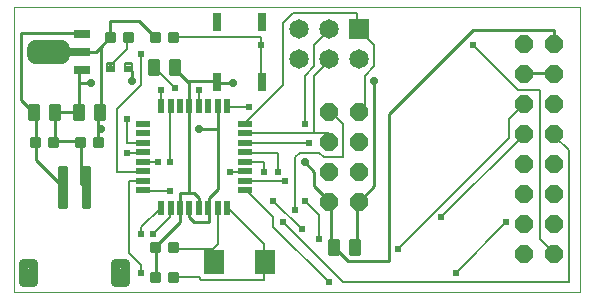
<source format=gtl>
G75*
%MOIN*%
%OFA0B0*%
%FSLAX24Y24*%
%IPPOS*%
%LPD*%
%AMOC8*
5,1,8,0,0,1.08239X$1,22.5*
%
%ADD10C,0.0000*%
%ADD11R,0.0300X0.0600*%
%ADD12C,0.0100*%
%ADD13C,0.0088*%
%ADD14R,0.0700X0.0800*%
%ADD15C,0.0075*%
%ADD16R,0.0551X0.0315*%
%ADD17R,0.0748X0.0315*%
%ADD18C,0.0600*%
%ADD19C,0.0157*%
%ADD20C,0.0315*%
%ADD21R,0.0220X0.0500*%
%ADD22R,0.0500X0.0220*%
%ADD23R,0.0650X0.0650*%
%ADD24C,0.0650*%
%ADD25OC8,0.0600*%
%ADD26C,0.0280*%
%ADD27C,0.0080*%
%ADD28C,0.0240*%
D10*
X000317Y000317D02*
X000317Y009813D01*
X019187Y009813D01*
X019187Y000317D01*
X000317Y000317D01*
D11*
X007067Y007317D03*
X008567Y007317D03*
X008567Y009317D03*
X007067Y009317D03*
D12*
X005017Y008817D02*
X004477Y009357D01*
X003517Y009357D01*
X003517Y008817D01*
X003517Y008797D01*
X003197Y008477D01*
X003197Y006317D01*
X003167Y006317D01*
X003017Y006542D02*
X003317Y006542D01*
X003317Y006092D01*
X003017Y006092D01*
X003017Y006542D01*
X003017Y006191D02*
X003317Y006191D01*
X003317Y006290D02*
X003017Y006290D01*
X003017Y006389D02*
X003317Y006389D01*
X003317Y006488D02*
X003017Y006488D01*
X003117Y006317D02*
X003167Y006317D01*
X003117Y006317D02*
X003117Y005757D01*
X003197Y005757D01*
X003117Y005757D02*
X003117Y005317D01*
X002557Y005277D02*
X002517Y005317D01*
X002477Y005357D01*
X001677Y005357D01*
X001617Y005317D01*
X001677Y005357D02*
X001677Y006317D01*
X001667Y006317D01*
X001817Y006092D02*
X001517Y006092D01*
X001517Y006542D01*
X001817Y006542D01*
X001817Y006092D01*
X001817Y006191D02*
X001517Y006191D01*
X001517Y006290D02*
X001817Y006290D01*
X001817Y006389D02*
X001517Y006389D01*
X001517Y006488D02*
X001817Y006488D01*
X001677Y006317D02*
X002467Y006317D01*
X002317Y006542D02*
X002617Y006542D01*
X002617Y006092D01*
X002317Y006092D01*
X002317Y006542D01*
X002317Y006191D02*
X002617Y006191D01*
X002617Y006290D02*
X002317Y006290D01*
X002317Y006389D02*
X002617Y006389D01*
X002617Y006488D02*
X002317Y006488D01*
X002467Y006317D02*
X002477Y006317D01*
X002477Y007277D01*
X002877Y007277D01*
X002477Y007277D02*
X002477Y007597D01*
X002557Y007677D01*
X002567Y007717D01*
X002467Y008317D02*
X001447Y008317D01*
X002467Y008317D02*
X003037Y008317D01*
X003197Y008477D01*
X002567Y008917D02*
X002557Y008957D01*
X000557Y008957D01*
X000557Y006717D01*
X000957Y006317D01*
X000967Y006317D01*
X001117Y006092D02*
X000817Y006092D01*
X000817Y006542D01*
X001117Y006542D01*
X001117Y006092D01*
X001117Y006191D02*
X000817Y006191D01*
X000817Y006290D02*
X001117Y006290D01*
X001117Y006389D02*
X000817Y006389D01*
X000817Y006488D02*
X001117Y006488D01*
X001037Y006317D02*
X000967Y006317D01*
X001037Y006317D02*
X001037Y005357D01*
X001017Y005317D01*
X001037Y005277D01*
X001037Y004717D01*
X001917Y003837D01*
X001923Y003817D01*
X002557Y003917D02*
X002557Y005277D01*
X002557Y003917D02*
X002637Y003837D01*
X002710Y003817D01*
X005017Y001817D02*
X005837Y002637D01*
X005837Y003117D01*
X005844Y003127D01*
X005837Y003197D01*
X005837Y003597D01*
X006157Y003597D01*
X006157Y006477D01*
X006159Y006507D01*
X006157Y006557D01*
X006157Y007277D01*
X006077Y007357D01*
X007037Y007357D01*
X007067Y007317D01*
X007117Y007277D01*
X007597Y007277D01*
X007104Y006507D02*
X007117Y006477D01*
X007117Y005757D01*
X006477Y005757D01*
X007117Y005757D02*
X007117Y003757D01*
X006797Y003437D01*
X006797Y003197D01*
X006789Y003127D01*
X006797Y003117D01*
X006797Y002637D01*
X006317Y002637D01*
X006157Y002797D01*
X006157Y003117D01*
X006159Y003127D01*
X006474Y003127D02*
X006477Y003197D01*
X006477Y003437D01*
X006317Y003597D01*
X006157Y003597D01*
X005017Y001817D02*
X005037Y001757D01*
X005037Y000877D01*
X005017Y000817D01*
X010317Y003837D02*
X010797Y003357D01*
X010817Y003317D01*
X010877Y003277D01*
X010877Y001917D01*
X010957Y001837D01*
X010967Y001817D01*
X011117Y001592D02*
X010817Y001592D01*
X010817Y002042D01*
X011117Y002042D01*
X011117Y001592D01*
X011117Y001691D02*
X010817Y001691D01*
X010817Y001790D02*
X011117Y001790D01*
X011117Y001889D02*
X010817Y001889D01*
X010817Y001988D02*
X011117Y001988D01*
X010967Y001817D02*
X011037Y001757D01*
X011437Y001357D01*
X012797Y001357D01*
X012797Y006237D01*
X015597Y009037D01*
X018317Y009037D01*
X018317Y008567D01*
X018317Y007597D02*
X017357Y007597D01*
X017317Y007567D01*
X018317Y007597D02*
X018317Y007567D01*
X012317Y007357D02*
X012317Y003837D01*
X011837Y003357D01*
X011817Y003317D01*
X011757Y003277D01*
X011757Y001917D01*
X011677Y001837D01*
X011667Y001817D01*
X011817Y001592D02*
X011517Y001592D01*
X011517Y002042D01*
X011817Y002042D01*
X011817Y001592D01*
X011817Y001691D02*
X011517Y001691D01*
X011517Y001790D02*
X011817Y001790D01*
X011817Y001889D02*
X011517Y001889D01*
X011517Y001988D02*
X011817Y001988D01*
X010317Y003837D02*
X010317Y004317D01*
X009997Y004637D01*
X006077Y007357D02*
X005677Y007757D01*
X005667Y007817D01*
X005817Y007592D02*
X005517Y007592D01*
X005517Y008042D01*
X005817Y008042D01*
X005817Y007592D01*
X005817Y007691D02*
X005517Y007691D01*
X005517Y007790D02*
X005817Y007790D01*
X005817Y007889D02*
X005517Y007889D01*
X005517Y007988D02*
X005817Y007988D01*
X005117Y007592D02*
X004817Y007592D01*
X004817Y008042D01*
X005117Y008042D01*
X005117Y007592D01*
X005117Y007691D02*
X004817Y007691D01*
X004817Y007790D02*
X005117Y007790D01*
X005117Y007889D02*
X004817Y007889D01*
X004817Y007988D02*
X005117Y007988D01*
X004237Y007677D02*
X004237Y007357D01*
X004237Y007677D02*
X004157Y007757D01*
X004117Y007817D01*
D13*
X003986Y008948D02*
X004248Y008948D01*
X004248Y008686D01*
X003986Y008686D01*
X003986Y008948D01*
X003986Y008773D02*
X004248Y008773D01*
X004248Y008860D02*
X003986Y008860D01*
X003986Y008947D02*
X004248Y008947D01*
X003648Y008948D02*
X003386Y008948D01*
X003648Y008948D02*
X003648Y008686D01*
X003386Y008686D01*
X003386Y008948D01*
X003386Y008773D02*
X003648Y008773D01*
X003648Y008860D02*
X003386Y008860D01*
X003386Y008947D02*
X003648Y008947D01*
X004886Y008948D02*
X005148Y008948D01*
X005148Y008686D01*
X004886Y008686D01*
X004886Y008948D01*
X004886Y008773D02*
X005148Y008773D01*
X005148Y008860D02*
X004886Y008860D01*
X004886Y008947D02*
X005148Y008947D01*
X005486Y008948D02*
X005748Y008948D01*
X005748Y008686D01*
X005486Y008686D01*
X005486Y008948D01*
X005486Y008773D02*
X005748Y008773D01*
X005748Y008860D02*
X005486Y008860D01*
X005486Y008947D02*
X005748Y008947D01*
X003248Y005448D02*
X002986Y005448D01*
X003248Y005448D02*
X003248Y005186D01*
X002986Y005186D01*
X002986Y005448D01*
X002986Y005273D02*
X003248Y005273D01*
X003248Y005360D02*
X002986Y005360D01*
X002986Y005447D02*
X003248Y005447D01*
X002648Y005448D02*
X002386Y005448D01*
X002648Y005448D02*
X002648Y005186D01*
X002386Y005186D01*
X002386Y005448D01*
X002386Y005273D02*
X002648Y005273D01*
X002648Y005360D02*
X002386Y005360D01*
X002386Y005447D02*
X002648Y005447D01*
X001748Y005186D02*
X001486Y005186D01*
X001486Y005448D01*
X001748Y005448D01*
X001748Y005186D01*
X001748Y005273D02*
X001486Y005273D01*
X001486Y005360D02*
X001748Y005360D01*
X001748Y005447D02*
X001486Y005447D01*
X001148Y005186D02*
X000886Y005186D01*
X000886Y005448D01*
X001148Y005448D01*
X001148Y005186D01*
X001148Y005273D02*
X000886Y005273D01*
X000886Y005360D02*
X001148Y005360D01*
X001148Y005447D02*
X000886Y005447D01*
X004886Y001686D02*
X005148Y001686D01*
X004886Y001686D02*
X004886Y001948D01*
X005148Y001948D01*
X005148Y001686D01*
X005148Y001773D02*
X004886Y001773D01*
X004886Y001860D02*
X005148Y001860D01*
X005148Y001947D02*
X004886Y001947D01*
X005486Y001686D02*
X005748Y001686D01*
X005486Y001686D02*
X005486Y001948D01*
X005748Y001948D01*
X005748Y001686D01*
X005748Y001773D02*
X005486Y001773D01*
X005486Y001860D02*
X005748Y001860D01*
X005748Y001947D02*
X005486Y001947D01*
X005486Y000686D02*
X005748Y000686D01*
X005486Y000686D02*
X005486Y000948D01*
X005748Y000948D01*
X005748Y000686D01*
X005748Y000773D02*
X005486Y000773D01*
X005486Y000860D02*
X005748Y000860D01*
X005748Y000947D02*
X005486Y000947D01*
X005148Y000686D02*
X004886Y000686D01*
X004886Y000948D01*
X005148Y000948D01*
X005148Y000686D01*
X005148Y000773D02*
X004886Y000773D01*
X004886Y000860D02*
X005148Y000860D01*
X005148Y000947D02*
X004886Y000947D01*
D14*
X006967Y001317D03*
X008667Y001317D03*
D15*
X004230Y007679D02*
X004004Y007679D01*
X004004Y007955D01*
X004230Y007955D01*
X004230Y007679D01*
X004230Y007753D02*
X004004Y007753D01*
X004004Y007827D02*
X004230Y007827D01*
X004230Y007901D02*
X004004Y007901D01*
X003630Y007679D02*
X003404Y007679D01*
X003404Y007955D01*
X003630Y007955D01*
X003630Y007679D01*
X003630Y007753D02*
X003404Y007753D01*
X003404Y007827D02*
X003630Y007827D01*
X003630Y007901D02*
X003404Y007901D01*
D16*
X002567Y007717D03*
X002567Y008917D03*
D17*
X002467Y008317D03*
D18*
X001865Y008417D02*
X001865Y008217D01*
X001029Y008217D01*
X001029Y008417D01*
X001865Y008417D01*
D19*
X002002Y004447D02*
X002002Y003187D01*
X001844Y003187D01*
X001844Y004447D01*
X002002Y004447D01*
X002002Y003343D02*
X001844Y003343D01*
X001844Y003499D02*
X002002Y003499D01*
X002002Y003655D02*
X001844Y003655D01*
X001844Y003811D02*
X002002Y003811D01*
X002002Y003967D02*
X001844Y003967D01*
X001844Y004123D02*
X002002Y004123D01*
X002002Y004279D02*
X001844Y004279D01*
X001844Y004435D02*
X002002Y004435D01*
X002789Y004447D02*
X002789Y003187D01*
X002631Y003187D01*
X002631Y004447D01*
X002789Y004447D01*
X002789Y003343D02*
X002631Y003343D01*
X002631Y003499D02*
X002789Y003499D01*
X002789Y003655D02*
X002631Y003655D01*
X002631Y003811D02*
X002789Y003811D01*
X002789Y003967D02*
X002631Y003967D01*
X002631Y004123D02*
X002789Y004123D01*
X002789Y004279D02*
X002631Y004279D01*
X002631Y004435D02*
X002789Y004435D01*
D20*
X004010Y001273D02*
X004010Y000643D01*
X003694Y000643D01*
X003694Y001273D01*
X004010Y001273D01*
X004010Y000957D02*
X003694Y000957D01*
X003694Y001271D02*
X004010Y001271D01*
X000939Y001273D02*
X000939Y000643D01*
X000623Y000643D01*
X000623Y001273D01*
X000939Y001273D01*
X000939Y000957D02*
X000623Y000957D01*
X000623Y001271D02*
X000939Y001271D01*
D21*
X005214Y003127D03*
X005529Y003127D03*
X005844Y003127D03*
X006159Y003127D03*
X006474Y003127D03*
X006789Y003127D03*
X007104Y003127D03*
X007419Y003127D03*
X007419Y006507D03*
X007104Y006507D03*
X006789Y006507D03*
X006474Y006507D03*
X006159Y006507D03*
X005844Y006507D03*
X005529Y006507D03*
X005214Y006507D03*
D22*
X004627Y005919D03*
X004627Y005604D03*
X004627Y005289D03*
X004627Y004974D03*
X004627Y004659D03*
X004627Y004344D03*
X004627Y004029D03*
X004627Y003714D03*
X008007Y003714D03*
X008007Y004029D03*
X008007Y004344D03*
X008007Y004659D03*
X008007Y004974D03*
X008007Y005289D03*
X008007Y005604D03*
X008007Y005919D03*
D23*
X011817Y009067D03*
D24*
X010817Y009067D03*
X009817Y009067D03*
X009817Y008067D03*
X010817Y008067D03*
X011817Y008067D03*
D25*
X011817Y006317D03*
X010817Y006317D03*
X010817Y005317D03*
X011817Y005317D03*
X011817Y004317D03*
X010817Y004317D03*
X010817Y003317D03*
X011817Y003317D03*
X017317Y003567D03*
X018317Y003567D03*
X018317Y004567D03*
X017317Y004567D03*
X017317Y005567D03*
X018317Y005567D03*
X018317Y006567D03*
X017317Y006567D03*
X017317Y007567D03*
X018317Y007567D03*
X018317Y008567D03*
X017317Y008567D03*
X017317Y002567D03*
X018317Y002567D03*
X018317Y001567D03*
X017317Y001567D03*
D26*
X009997Y004637D03*
X006477Y005757D03*
X007597Y007277D03*
X004237Y007357D03*
X002877Y007277D03*
X003197Y005757D03*
X012317Y007357D03*
D27*
X011997Y007517D02*
X012317Y007837D01*
X012317Y008557D01*
X011837Y009037D01*
X011817Y009067D01*
X011757Y009117D01*
X011757Y009597D01*
X009597Y009597D01*
X009277Y009277D01*
X009277Y007197D01*
X008077Y005997D01*
X008007Y005919D01*
X008007Y005604D02*
X008077Y005597D01*
X010317Y005597D01*
X010317Y007517D01*
X010797Y007997D01*
X010817Y008067D01*
X010317Y007837D02*
X009997Y007517D01*
X009997Y005917D01*
X010317Y005597D02*
X010797Y005597D01*
X010797Y005357D01*
X010817Y005317D01*
X010477Y004957D02*
X010637Y004797D01*
X011277Y004797D01*
X011277Y005917D01*
X010877Y006317D01*
X010817Y006317D01*
X011817Y006317D02*
X011837Y006317D01*
X011997Y006477D01*
X011997Y007517D01*
X010317Y007837D02*
X010317Y008557D01*
X010797Y009037D01*
X010817Y009067D01*
X008557Y008797D02*
X008557Y008557D01*
X008557Y007357D01*
X008567Y007317D01*
X007419Y006507D02*
X007437Y006477D01*
X008157Y006477D01*
X008007Y005289D02*
X008077Y005277D01*
X010157Y005277D01*
X010477Y004957D02*
X009837Y004957D01*
X009677Y004797D01*
X009677Y003037D01*
X009997Y003357D02*
X010477Y002877D01*
X010477Y002077D01*
X009917Y002397D02*
X008957Y003357D01*
X008957Y002797D02*
X008957Y002477D01*
X010797Y000637D01*
X011277Y000637D02*
X018797Y000637D01*
X018797Y005037D01*
X018317Y005517D01*
X018317Y005567D01*
X017317Y005567D02*
X017277Y005517D01*
X014557Y002797D01*
X013117Y001757D02*
X016797Y005437D01*
X016797Y006077D01*
X017277Y006557D01*
X017317Y006567D01*
X017117Y007037D02*
X017837Y007037D01*
X017837Y002077D01*
X018317Y001597D01*
X018317Y001567D01*
X016717Y002637D02*
X015037Y000957D01*
X011277Y000637D02*
X009277Y002637D01*
X008957Y002797D02*
X008077Y003677D01*
X008007Y003714D01*
X008077Y003997D02*
X008007Y004029D01*
X008077Y003997D02*
X009357Y003997D01*
X009117Y004317D02*
X009117Y004957D01*
X008077Y004957D01*
X008007Y004974D01*
X008007Y004659D02*
X008077Y004637D01*
X008637Y004637D01*
X008637Y004317D01*
X008007Y004344D02*
X007997Y004317D01*
X007517Y004317D01*
X007419Y003127D02*
X007437Y003117D01*
X008637Y001917D01*
X008637Y001357D01*
X008667Y001317D01*
X008637Y001277D01*
X008637Y000717D01*
X006557Y000717D01*
X006477Y000797D01*
X005677Y000797D01*
X005617Y000817D01*
X005677Y000877D01*
X004557Y000957D02*
X004557Y001197D01*
X004157Y001597D01*
X004157Y003997D01*
X004557Y003997D01*
X004627Y004029D01*
X004627Y003714D02*
X004637Y003677D01*
X005517Y003677D01*
X005529Y003127D02*
X005517Y003117D01*
X005517Y002797D01*
X004957Y002237D01*
X004557Y002237D02*
X004557Y002477D01*
X005197Y003117D01*
X005214Y003127D01*
X007104Y003127D02*
X007117Y003117D01*
X007117Y001917D01*
X006957Y001757D01*
X006957Y001357D01*
X006967Y001317D01*
X006957Y001757D02*
X005677Y001757D01*
X005617Y001817D01*
X005677Y001837D01*
X004627Y004344D02*
X004557Y004317D01*
X003757Y004317D01*
X003757Y006397D01*
X004557Y007197D01*
X004557Y008237D01*
X004077Y008397D02*
X004077Y008797D01*
X004117Y008817D01*
X004077Y008397D02*
X003517Y007837D01*
X003517Y007817D01*
X004967Y007817D02*
X005037Y007757D01*
X005677Y007117D01*
X005197Y007037D02*
X005197Y006557D01*
X005214Y006507D01*
X005517Y006477D02*
X005529Y006507D01*
X005517Y006477D02*
X005517Y004637D01*
X005117Y004637D02*
X004637Y004637D01*
X004627Y004659D01*
X004557Y004957D02*
X004627Y004974D01*
X004557Y004957D02*
X004077Y004957D01*
X004077Y005277D02*
X004077Y006077D01*
X004077Y005277D02*
X004557Y005277D01*
X004627Y005289D01*
X006474Y006507D02*
X006477Y006557D01*
X006477Y007037D01*
X005677Y008797D02*
X005617Y008817D01*
X005677Y008797D02*
X008557Y008797D01*
X015597Y008557D02*
X017117Y007037D01*
D28*
X015597Y008557D03*
X010157Y005277D03*
X009997Y005917D03*
X008157Y006477D03*
X006477Y007037D03*
X005677Y007117D03*
X005197Y007037D03*
X004077Y006077D03*
X004077Y004957D03*
X005117Y004637D03*
X005517Y004637D03*
X005517Y003677D03*
X007517Y004317D03*
X008637Y004317D03*
X009117Y004317D03*
X009357Y003997D03*
X008957Y003357D03*
X009677Y003037D03*
X009997Y003357D03*
X009277Y002637D03*
X009917Y002397D03*
X010477Y002077D03*
X010797Y000637D03*
X013117Y001757D03*
X014557Y002797D03*
X016717Y002637D03*
X015037Y000957D03*
X004957Y002237D03*
X004557Y002237D03*
X004557Y000957D03*
X004557Y008237D03*
X008557Y008557D03*
M02*

</source>
